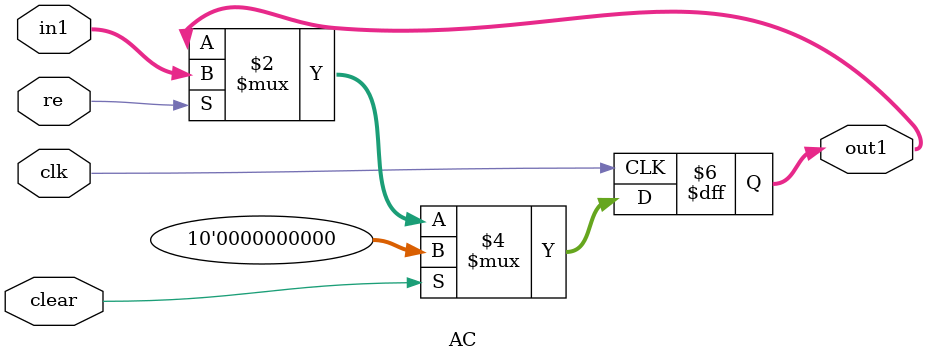
<source format=v>
`timescale 1ns / 1ps
module AC(in1,out1,clk,re,clear);
	input clk,re,clear;
	input [9:0]in1;
	output [9:0]out1;
	reg [9:0]out1;
	
	always @(posedge clk)
    begin
		if (re)
			out1 <= in1;
		if(clear)
			out1 <= 10'b0;
	end
	
endmodule

</source>
